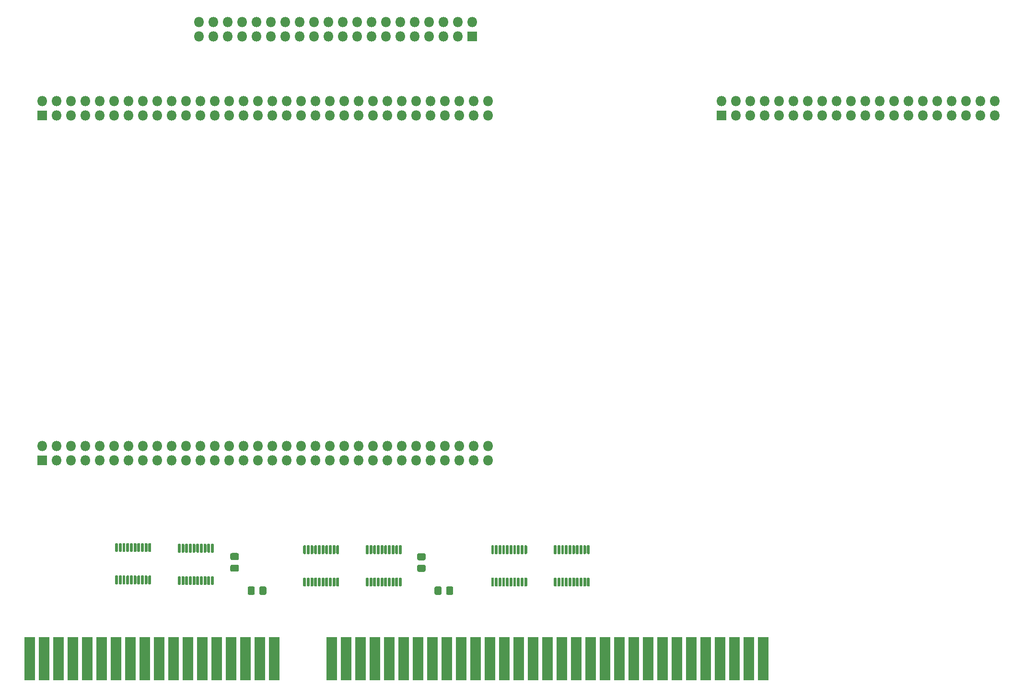
<source format=gbr>
%TF.GenerationSoftware,KiCad,Pcbnew,5.1.6-c6e7f7d~86~ubuntu18.04.1*%
%TF.CreationDate,2021-02-18T21:08:59+08:00*%
%TF.ProjectId,amiga_ocs,616d6967-615f-46f6-9373-2e6b69636164,rev?*%
%TF.SameCoordinates,Original*%
%TF.FileFunction,Soldermask,Bot*%
%TF.FilePolarity,Negative*%
%FSLAX46Y46*%
G04 Gerber Fmt 4.6, Leading zero omitted, Abs format (unit mm)*
G04 Created by KiCad (PCBNEW 5.1.6-c6e7f7d~86~ubuntu18.04.1) date 2021-02-18 21:08:59*
%MOMM*%
%LPD*%
G01*
G04 APERTURE LIST*
%ADD10O,1.800000X1.800000*%
%ADD11R,1.800000X1.800000*%
%ADD12R,1.880000X7.720000*%
G04 APERTURE END LIST*
D10*
%TO.C,J5*%
X210260000Y-45460000D03*
X210260000Y-48000000D03*
X207720000Y-45460000D03*
X207720000Y-48000000D03*
X205180000Y-45460000D03*
X205180000Y-48000000D03*
X202640000Y-45460000D03*
X202640000Y-48000000D03*
X200100000Y-45460000D03*
X200100000Y-48000000D03*
X197560000Y-45460000D03*
X197560000Y-48000000D03*
X195020000Y-45460000D03*
X195020000Y-48000000D03*
X192480000Y-45460000D03*
X192480000Y-48000000D03*
X189940000Y-45460000D03*
X189940000Y-48000000D03*
X187400000Y-45460000D03*
X187400000Y-48000000D03*
X184860000Y-45460000D03*
X184860000Y-48000000D03*
X182320000Y-45460000D03*
X182320000Y-48000000D03*
X179780000Y-45460000D03*
X179780000Y-48000000D03*
X177240000Y-45460000D03*
X177240000Y-48000000D03*
X174700000Y-45460000D03*
X174700000Y-48000000D03*
X172160000Y-45460000D03*
X172160000Y-48000000D03*
X169620000Y-45460000D03*
X169620000Y-48000000D03*
X167080000Y-45460000D03*
X167080000Y-48000000D03*
X164540000Y-45460000D03*
X164540000Y-48000000D03*
X162000000Y-45460000D03*
D11*
X162000000Y-48000000D03*
%TD*%
%TO.C,C14*%
G36*
G01*
X75521738Y-127400000D02*
X76478262Y-127400000D01*
G75*
G02*
X76750000Y-127671738I0J-271738D01*
G01*
X76750000Y-128378262D01*
G75*
G02*
X76478262Y-128650000I-271738J0D01*
G01*
X75521738Y-128650000D01*
G75*
G02*
X75250000Y-128378262I0J271738D01*
G01*
X75250000Y-127671738D01*
G75*
G02*
X75521738Y-127400000I271738J0D01*
G01*
G37*
G36*
G01*
X75521738Y-125350000D02*
X76478262Y-125350000D01*
G75*
G02*
X76750000Y-125621738I0J-271738D01*
G01*
X76750000Y-126328262D01*
G75*
G02*
X76478262Y-126600000I-271738J0D01*
G01*
X75521738Y-126600000D01*
G75*
G02*
X75250000Y-126328262I0J271738D01*
G01*
X75250000Y-125621738D01*
G75*
G02*
X75521738Y-125350000I271738J0D01*
G01*
G37*
%TD*%
%TO.C,C13*%
G36*
G01*
X108521738Y-127425000D02*
X109478262Y-127425000D01*
G75*
G02*
X109750000Y-127696738I0J-271738D01*
G01*
X109750000Y-128403262D01*
G75*
G02*
X109478262Y-128675000I-271738J0D01*
G01*
X108521738Y-128675000D01*
G75*
G02*
X108250000Y-128403262I0J271738D01*
G01*
X108250000Y-127696738D01*
G75*
G02*
X108521738Y-127425000I271738J0D01*
G01*
G37*
G36*
G01*
X108521738Y-125375000D02*
X109478262Y-125375000D01*
G75*
G02*
X109750000Y-125646738I0J-271738D01*
G01*
X109750000Y-126353262D01*
G75*
G02*
X109478262Y-126625000I-271738J0D01*
G01*
X108521738Y-126625000D01*
G75*
G02*
X108250000Y-126353262I0J271738D01*
G01*
X108250000Y-125646738D01*
G75*
G02*
X108521738Y-125375000I271738J0D01*
G01*
G37*
%TD*%
%TO.C,C5*%
G36*
G01*
X112575000Y-131521738D02*
X112575000Y-132478262D01*
G75*
G02*
X112303262Y-132750000I-271738J0D01*
G01*
X111596738Y-132750000D01*
G75*
G02*
X111325000Y-132478262I0J271738D01*
G01*
X111325000Y-131521738D01*
G75*
G02*
X111596738Y-131250000I271738J0D01*
G01*
X112303262Y-131250000D01*
G75*
G02*
X112575000Y-131521738I0J-271738D01*
G01*
G37*
G36*
G01*
X114625000Y-131521738D02*
X114625000Y-132478262D01*
G75*
G02*
X114353262Y-132750000I-271738J0D01*
G01*
X113646738Y-132750000D01*
G75*
G02*
X113375000Y-132478262I0J271738D01*
G01*
X113375000Y-131521738D01*
G75*
G02*
X113646738Y-131250000I271738J0D01*
G01*
X114353262Y-131250000D01*
G75*
G02*
X114625000Y-131521738I0J-271738D01*
G01*
G37*
%TD*%
%TO.C,C4*%
G36*
G01*
X79575000Y-131521738D02*
X79575000Y-132478262D01*
G75*
G02*
X79303262Y-132750000I-271738J0D01*
G01*
X78596738Y-132750000D01*
G75*
G02*
X78325000Y-132478262I0J271738D01*
G01*
X78325000Y-131521738D01*
G75*
G02*
X78596738Y-131250000I271738J0D01*
G01*
X79303262Y-131250000D01*
G75*
G02*
X79575000Y-131521738I0J-271738D01*
G01*
G37*
G36*
G01*
X81625000Y-131521738D02*
X81625000Y-132478262D01*
G75*
G02*
X81353262Y-132750000I-271738J0D01*
G01*
X80646738Y-132750000D01*
G75*
G02*
X80375000Y-132478262I0J271738D01*
G01*
X80375000Y-131521738D01*
G75*
G02*
X80646738Y-131250000I271738J0D01*
G01*
X81353262Y-131250000D01*
G75*
G02*
X81625000Y-131521738I0J-271738D01*
G01*
G37*
%TD*%
D12*
%TO.C,J1*%
X39824000Y-144000000D03*
X42364000Y-144000000D03*
X44904000Y-144000000D03*
X47444000Y-144000000D03*
X49984000Y-144000000D03*
X52524000Y-144000000D03*
X55064000Y-144000000D03*
X57604000Y-144000000D03*
X60144000Y-144000000D03*
X62684000Y-144000000D03*
X65224000Y-144000000D03*
X67764000Y-144000000D03*
X70304000Y-144000000D03*
X72844000Y-144000000D03*
X75384000Y-144000000D03*
X77924000Y-144000000D03*
X80464000Y-144000000D03*
X83004000Y-144000000D03*
X93164000Y-144000000D03*
X95704000Y-144000000D03*
X98244000Y-144000000D03*
X100784000Y-144000000D03*
X103324000Y-144000000D03*
X105864000Y-144000000D03*
X108404000Y-144000000D03*
X110944000Y-144000000D03*
X113484000Y-144000000D03*
X116024000Y-144000000D03*
X118564000Y-144000000D03*
X121104000Y-144000000D03*
X123644000Y-144000000D03*
X126184000Y-144000000D03*
X128724000Y-144000000D03*
X131264000Y-144000000D03*
X133804000Y-144000000D03*
X136344000Y-144000000D03*
X138884000Y-144000000D03*
X141424000Y-144000000D03*
X143964000Y-144000000D03*
X146504000Y-144000000D03*
X149044000Y-144000000D03*
X151584000Y-144000000D03*
X154124000Y-144000000D03*
X156664000Y-144000000D03*
X159204000Y-144000000D03*
X161744000Y-144000000D03*
X164284000Y-144000000D03*
X166824000Y-144000000D03*
X169364000Y-144000000D03*
%TD*%
D10*
%TO.C,J2*%
X120740000Y-106460000D03*
X120740000Y-109000000D03*
X118200000Y-106460000D03*
X118200000Y-109000000D03*
X115660000Y-106460000D03*
X115660000Y-109000000D03*
X113120000Y-106460000D03*
X113120000Y-109000000D03*
X110580000Y-106460000D03*
X110580000Y-109000000D03*
X108040000Y-106460000D03*
X108040000Y-109000000D03*
X105500000Y-106460000D03*
X105500000Y-109000000D03*
X102960000Y-106460000D03*
X102960000Y-109000000D03*
X100420000Y-106460000D03*
X100420000Y-109000000D03*
X97880000Y-106460000D03*
X97880000Y-109000000D03*
X95340000Y-106460000D03*
X95340000Y-109000000D03*
X92800000Y-106460000D03*
X92800000Y-109000000D03*
X90260000Y-106460000D03*
X90260000Y-109000000D03*
X87720000Y-106460000D03*
X87720000Y-109000000D03*
X85180000Y-106460000D03*
X85180000Y-109000000D03*
X82640000Y-106460000D03*
X82640000Y-109000000D03*
X80100000Y-106460000D03*
X80100000Y-109000000D03*
X77560000Y-106460000D03*
X77560000Y-109000000D03*
X75020000Y-106460000D03*
X75020000Y-109000000D03*
X72480000Y-106460000D03*
X72480000Y-109000000D03*
X69940000Y-106460000D03*
X69940000Y-109000000D03*
X67400000Y-106460000D03*
X67400000Y-109000000D03*
X64860000Y-106460000D03*
X64860000Y-109000000D03*
X62320000Y-106460000D03*
X62320000Y-109000000D03*
X59780000Y-106460000D03*
X59780000Y-109000000D03*
X57240000Y-106460000D03*
X57240000Y-109000000D03*
X54700000Y-106460000D03*
X54700000Y-109000000D03*
X52160000Y-106460000D03*
X52160000Y-109000000D03*
X49620000Y-106460000D03*
X49620000Y-109000000D03*
X47080000Y-106460000D03*
X47080000Y-109000000D03*
X44540000Y-106460000D03*
X44540000Y-109000000D03*
X42000000Y-106460000D03*
D11*
X42000000Y-109000000D03*
%TD*%
D10*
%TO.C,J3*%
X120740000Y-45460000D03*
X120740000Y-48000000D03*
X118200000Y-45460000D03*
X118200000Y-48000000D03*
X115660000Y-45460000D03*
X115660000Y-48000000D03*
X113120000Y-45460000D03*
X113120000Y-48000000D03*
X110580000Y-45460000D03*
X110580000Y-48000000D03*
X108040000Y-45460000D03*
X108040000Y-48000000D03*
X105500000Y-45460000D03*
X105500000Y-48000000D03*
X102960000Y-45460000D03*
X102960000Y-48000000D03*
X100420000Y-45460000D03*
X100420000Y-48000000D03*
X97880000Y-45460000D03*
X97880000Y-48000000D03*
X95340000Y-45460000D03*
X95340000Y-48000000D03*
X92800000Y-45460000D03*
X92800000Y-48000000D03*
X90260000Y-45460000D03*
X90260000Y-48000000D03*
X87720000Y-45460000D03*
X87720000Y-48000000D03*
X85180000Y-45460000D03*
X85180000Y-48000000D03*
X82640000Y-45460000D03*
X82640000Y-48000000D03*
X80100000Y-45460000D03*
X80100000Y-48000000D03*
X77560000Y-45460000D03*
X77560000Y-48000000D03*
X75020000Y-45460000D03*
X75020000Y-48000000D03*
X72480000Y-45460000D03*
X72480000Y-48000000D03*
X69940000Y-45460000D03*
X69940000Y-48000000D03*
X67400000Y-45460000D03*
X67400000Y-48000000D03*
X64860000Y-45460000D03*
X64860000Y-48000000D03*
X62320000Y-45460000D03*
X62320000Y-48000000D03*
X59780000Y-45460000D03*
X59780000Y-48000000D03*
X57240000Y-45460000D03*
X57240000Y-48000000D03*
X54700000Y-45460000D03*
X54700000Y-48000000D03*
X52160000Y-45460000D03*
X52160000Y-48000000D03*
X49620000Y-45460000D03*
X49620000Y-48000000D03*
X47080000Y-45460000D03*
X47080000Y-48000000D03*
X44540000Y-45460000D03*
X44540000Y-48000000D03*
X42000000Y-45460000D03*
D11*
X42000000Y-48000000D03*
%TD*%
D10*
%TO.C,J4*%
X69740000Y-31460000D03*
X69740000Y-34000000D03*
X72280000Y-31460000D03*
X72280000Y-34000000D03*
X74820000Y-31460000D03*
X74820000Y-34000000D03*
X77360000Y-31460000D03*
X77360000Y-34000000D03*
X79900000Y-31460000D03*
X79900000Y-34000000D03*
X82440000Y-31460000D03*
X82440000Y-34000000D03*
X84980000Y-31460000D03*
X84980000Y-34000000D03*
X87520000Y-31460000D03*
X87520000Y-34000000D03*
X90060000Y-31460000D03*
X90060000Y-34000000D03*
X92600000Y-31460000D03*
X92600000Y-34000000D03*
X95140000Y-31460000D03*
X95140000Y-34000000D03*
X97680000Y-31460000D03*
X97680000Y-34000000D03*
X100220000Y-31460000D03*
X100220000Y-34000000D03*
X102760000Y-31460000D03*
X102760000Y-34000000D03*
X105300000Y-31460000D03*
X105300000Y-34000000D03*
X107840000Y-31460000D03*
X107840000Y-34000000D03*
X110380000Y-31460000D03*
X110380000Y-34000000D03*
X112920000Y-31460000D03*
X112920000Y-34000000D03*
X115460000Y-31460000D03*
X115460000Y-34000000D03*
X118000000Y-31460000D03*
D11*
X118000000Y-34000000D03*
%TD*%
%TO.C,U3*%
G36*
G01*
X121443000Y-129693000D02*
X121693000Y-129693000D01*
G75*
G02*
X121818000Y-129818000I0J-125000D01*
G01*
X121818000Y-131143000D01*
G75*
G02*
X121693000Y-131268000I-125000J0D01*
G01*
X121443000Y-131268000D01*
G75*
G02*
X121318000Y-131143000I0J125000D01*
G01*
X121318000Y-129818000D01*
G75*
G02*
X121443000Y-129693000I125000J0D01*
G01*
G37*
G36*
G01*
X122093000Y-129693000D02*
X122343000Y-129693000D01*
G75*
G02*
X122468000Y-129818000I0J-125000D01*
G01*
X122468000Y-131143000D01*
G75*
G02*
X122343000Y-131268000I-125000J0D01*
G01*
X122093000Y-131268000D01*
G75*
G02*
X121968000Y-131143000I0J125000D01*
G01*
X121968000Y-129818000D01*
G75*
G02*
X122093000Y-129693000I125000J0D01*
G01*
G37*
G36*
G01*
X122743000Y-129693000D02*
X122993000Y-129693000D01*
G75*
G02*
X123118000Y-129818000I0J-125000D01*
G01*
X123118000Y-131143000D01*
G75*
G02*
X122993000Y-131268000I-125000J0D01*
G01*
X122743000Y-131268000D01*
G75*
G02*
X122618000Y-131143000I0J125000D01*
G01*
X122618000Y-129818000D01*
G75*
G02*
X122743000Y-129693000I125000J0D01*
G01*
G37*
G36*
G01*
X123393000Y-129693000D02*
X123643000Y-129693000D01*
G75*
G02*
X123768000Y-129818000I0J-125000D01*
G01*
X123768000Y-131143000D01*
G75*
G02*
X123643000Y-131268000I-125000J0D01*
G01*
X123393000Y-131268000D01*
G75*
G02*
X123268000Y-131143000I0J125000D01*
G01*
X123268000Y-129818000D01*
G75*
G02*
X123393000Y-129693000I125000J0D01*
G01*
G37*
G36*
G01*
X124043000Y-129693000D02*
X124293000Y-129693000D01*
G75*
G02*
X124418000Y-129818000I0J-125000D01*
G01*
X124418000Y-131143000D01*
G75*
G02*
X124293000Y-131268000I-125000J0D01*
G01*
X124043000Y-131268000D01*
G75*
G02*
X123918000Y-131143000I0J125000D01*
G01*
X123918000Y-129818000D01*
G75*
G02*
X124043000Y-129693000I125000J0D01*
G01*
G37*
G36*
G01*
X124693000Y-129693000D02*
X124943000Y-129693000D01*
G75*
G02*
X125068000Y-129818000I0J-125000D01*
G01*
X125068000Y-131143000D01*
G75*
G02*
X124943000Y-131268000I-125000J0D01*
G01*
X124693000Y-131268000D01*
G75*
G02*
X124568000Y-131143000I0J125000D01*
G01*
X124568000Y-129818000D01*
G75*
G02*
X124693000Y-129693000I125000J0D01*
G01*
G37*
G36*
G01*
X125343000Y-129693000D02*
X125593000Y-129693000D01*
G75*
G02*
X125718000Y-129818000I0J-125000D01*
G01*
X125718000Y-131143000D01*
G75*
G02*
X125593000Y-131268000I-125000J0D01*
G01*
X125343000Y-131268000D01*
G75*
G02*
X125218000Y-131143000I0J125000D01*
G01*
X125218000Y-129818000D01*
G75*
G02*
X125343000Y-129693000I125000J0D01*
G01*
G37*
G36*
G01*
X125993000Y-129693000D02*
X126243000Y-129693000D01*
G75*
G02*
X126368000Y-129818000I0J-125000D01*
G01*
X126368000Y-131143000D01*
G75*
G02*
X126243000Y-131268000I-125000J0D01*
G01*
X125993000Y-131268000D01*
G75*
G02*
X125868000Y-131143000I0J125000D01*
G01*
X125868000Y-129818000D01*
G75*
G02*
X125993000Y-129693000I125000J0D01*
G01*
G37*
G36*
G01*
X126643000Y-129693000D02*
X126893000Y-129693000D01*
G75*
G02*
X127018000Y-129818000I0J-125000D01*
G01*
X127018000Y-131143000D01*
G75*
G02*
X126893000Y-131268000I-125000J0D01*
G01*
X126643000Y-131268000D01*
G75*
G02*
X126518000Y-131143000I0J125000D01*
G01*
X126518000Y-129818000D01*
G75*
G02*
X126643000Y-129693000I125000J0D01*
G01*
G37*
G36*
G01*
X127293000Y-129693000D02*
X127543000Y-129693000D01*
G75*
G02*
X127668000Y-129818000I0J-125000D01*
G01*
X127668000Y-131143000D01*
G75*
G02*
X127543000Y-131268000I-125000J0D01*
G01*
X127293000Y-131268000D01*
G75*
G02*
X127168000Y-131143000I0J125000D01*
G01*
X127168000Y-129818000D01*
G75*
G02*
X127293000Y-129693000I125000J0D01*
G01*
G37*
G36*
G01*
X127293000Y-123968000D02*
X127543000Y-123968000D01*
G75*
G02*
X127668000Y-124093000I0J-125000D01*
G01*
X127668000Y-125418000D01*
G75*
G02*
X127543000Y-125543000I-125000J0D01*
G01*
X127293000Y-125543000D01*
G75*
G02*
X127168000Y-125418000I0J125000D01*
G01*
X127168000Y-124093000D01*
G75*
G02*
X127293000Y-123968000I125000J0D01*
G01*
G37*
G36*
G01*
X126643000Y-123968000D02*
X126893000Y-123968000D01*
G75*
G02*
X127018000Y-124093000I0J-125000D01*
G01*
X127018000Y-125418000D01*
G75*
G02*
X126893000Y-125543000I-125000J0D01*
G01*
X126643000Y-125543000D01*
G75*
G02*
X126518000Y-125418000I0J125000D01*
G01*
X126518000Y-124093000D01*
G75*
G02*
X126643000Y-123968000I125000J0D01*
G01*
G37*
G36*
G01*
X125993000Y-123968000D02*
X126243000Y-123968000D01*
G75*
G02*
X126368000Y-124093000I0J-125000D01*
G01*
X126368000Y-125418000D01*
G75*
G02*
X126243000Y-125543000I-125000J0D01*
G01*
X125993000Y-125543000D01*
G75*
G02*
X125868000Y-125418000I0J125000D01*
G01*
X125868000Y-124093000D01*
G75*
G02*
X125993000Y-123968000I125000J0D01*
G01*
G37*
G36*
G01*
X125343000Y-123968000D02*
X125593000Y-123968000D01*
G75*
G02*
X125718000Y-124093000I0J-125000D01*
G01*
X125718000Y-125418000D01*
G75*
G02*
X125593000Y-125543000I-125000J0D01*
G01*
X125343000Y-125543000D01*
G75*
G02*
X125218000Y-125418000I0J125000D01*
G01*
X125218000Y-124093000D01*
G75*
G02*
X125343000Y-123968000I125000J0D01*
G01*
G37*
G36*
G01*
X124693000Y-123968000D02*
X124943000Y-123968000D01*
G75*
G02*
X125068000Y-124093000I0J-125000D01*
G01*
X125068000Y-125418000D01*
G75*
G02*
X124943000Y-125543000I-125000J0D01*
G01*
X124693000Y-125543000D01*
G75*
G02*
X124568000Y-125418000I0J125000D01*
G01*
X124568000Y-124093000D01*
G75*
G02*
X124693000Y-123968000I125000J0D01*
G01*
G37*
G36*
G01*
X124043000Y-123968000D02*
X124293000Y-123968000D01*
G75*
G02*
X124418000Y-124093000I0J-125000D01*
G01*
X124418000Y-125418000D01*
G75*
G02*
X124293000Y-125543000I-125000J0D01*
G01*
X124043000Y-125543000D01*
G75*
G02*
X123918000Y-125418000I0J125000D01*
G01*
X123918000Y-124093000D01*
G75*
G02*
X124043000Y-123968000I125000J0D01*
G01*
G37*
G36*
G01*
X123393000Y-123968000D02*
X123643000Y-123968000D01*
G75*
G02*
X123768000Y-124093000I0J-125000D01*
G01*
X123768000Y-125418000D01*
G75*
G02*
X123643000Y-125543000I-125000J0D01*
G01*
X123393000Y-125543000D01*
G75*
G02*
X123268000Y-125418000I0J125000D01*
G01*
X123268000Y-124093000D01*
G75*
G02*
X123393000Y-123968000I125000J0D01*
G01*
G37*
G36*
G01*
X122743000Y-123968000D02*
X122993000Y-123968000D01*
G75*
G02*
X123118000Y-124093000I0J-125000D01*
G01*
X123118000Y-125418000D01*
G75*
G02*
X122993000Y-125543000I-125000J0D01*
G01*
X122743000Y-125543000D01*
G75*
G02*
X122618000Y-125418000I0J125000D01*
G01*
X122618000Y-124093000D01*
G75*
G02*
X122743000Y-123968000I125000J0D01*
G01*
G37*
G36*
G01*
X122093000Y-123968000D02*
X122343000Y-123968000D01*
G75*
G02*
X122468000Y-124093000I0J-125000D01*
G01*
X122468000Y-125418000D01*
G75*
G02*
X122343000Y-125543000I-125000J0D01*
G01*
X122093000Y-125543000D01*
G75*
G02*
X121968000Y-125418000I0J125000D01*
G01*
X121968000Y-124093000D01*
G75*
G02*
X122093000Y-123968000I125000J0D01*
G01*
G37*
G36*
G01*
X121443000Y-123968000D02*
X121693000Y-123968000D01*
G75*
G02*
X121818000Y-124093000I0J-125000D01*
G01*
X121818000Y-125418000D01*
G75*
G02*
X121693000Y-125543000I-125000J0D01*
G01*
X121443000Y-125543000D01*
G75*
G02*
X121318000Y-125418000I0J125000D01*
G01*
X121318000Y-124093000D01*
G75*
G02*
X121443000Y-123968000I125000J0D01*
G01*
G37*
%TD*%
%TO.C,U4*%
G36*
G01*
X55040000Y-129312000D02*
X55290000Y-129312000D01*
G75*
G02*
X55415000Y-129437000I0J-125000D01*
G01*
X55415000Y-130762000D01*
G75*
G02*
X55290000Y-130887000I-125000J0D01*
G01*
X55040000Y-130887000D01*
G75*
G02*
X54915000Y-130762000I0J125000D01*
G01*
X54915000Y-129437000D01*
G75*
G02*
X55040000Y-129312000I125000J0D01*
G01*
G37*
G36*
G01*
X55690000Y-129312000D02*
X55940000Y-129312000D01*
G75*
G02*
X56065000Y-129437000I0J-125000D01*
G01*
X56065000Y-130762000D01*
G75*
G02*
X55940000Y-130887000I-125000J0D01*
G01*
X55690000Y-130887000D01*
G75*
G02*
X55565000Y-130762000I0J125000D01*
G01*
X55565000Y-129437000D01*
G75*
G02*
X55690000Y-129312000I125000J0D01*
G01*
G37*
G36*
G01*
X56340000Y-129312000D02*
X56590000Y-129312000D01*
G75*
G02*
X56715000Y-129437000I0J-125000D01*
G01*
X56715000Y-130762000D01*
G75*
G02*
X56590000Y-130887000I-125000J0D01*
G01*
X56340000Y-130887000D01*
G75*
G02*
X56215000Y-130762000I0J125000D01*
G01*
X56215000Y-129437000D01*
G75*
G02*
X56340000Y-129312000I125000J0D01*
G01*
G37*
G36*
G01*
X56990000Y-129312000D02*
X57240000Y-129312000D01*
G75*
G02*
X57365000Y-129437000I0J-125000D01*
G01*
X57365000Y-130762000D01*
G75*
G02*
X57240000Y-130887000I-125000J0D01*
G01*
X56990000Y-130887000D01*
G75*
G02*
X56865000Y-130762000I0J125000D01*
G01*
X56865000Y-129437000D01*
G75*
G02*
X56990000Y-129312000I125000J0D01*
G01*
G37*
G36*
G01*
X57640000Y-129312000D02*
X57890000Y-129312000D01*
G75*
G02*
X58015000Y-129437000I0J-125000D01*
G01*
X58015000Y-130762000D01*
G75*
G02*
X57890000Y-130887000I-125000J0D01*
G01*
X57640000Y-130887000D01*
G75*
G02*
X57515000Y-130762000I0J125000D01*
G01*
X57515000Y-129437000D01*
G75*
G02*
X57640000Y-129312000I125000J0D01*
G01*
G37*
G36*
G01*
X58290000Y-129312000D02*
X58540000Y-129312000D01*
G75*
G02*
X58665000Y-129437000I0J-125000D01*
G01*
X58665000Y-130762000D01*
G75*
G02*
X58540000Y-130887000I-125000J0D01*
G01*
X58290000Y-130887000D01*
G75*
G02*
X58165000Y-130762000I0J125000D01*
G01*
X58165000Y-129437000D01*
G75*
G02*
X58290000Y-129312000I125000J0D01*
G01*
G37*
G36*
G01*
X58940000Y-129312000D02*
X59190000Y-129312000D01*
G75*
G02*
X59315000Y-129437000I0J-125000D01*
G01*
X59315000Y-130762000D01*
G75*
G02*
X59190000Y-130887000I-125000J0D01*
G01*
X58940000Y-130887000D01*
G75*
G02*
X58815000Y-130762000I0J125000D01*
G01*
X58815000Y-129437000D01*
G75*
G02*
X58940000Y-129312000I125000J0D01*
G01*
G37*
G36*
G01*
X59590000Y-129312000D02*
X59840000Y-129312000D01*
G75*
G02*
X59965000Y-129437000I0J-125000D01*
G01*
X59965000Y-130762000D01*
G75*
G02*
X59840000Y-130887000I-125000J0D01*
G01*
X59590000Y-130887000D01*
G75*
G02*
X59465000Y-130762000I0J125000D01*
G01*
X59465000Y-129437000D01*
G75*
G02*
X59590000Y-129312000I125000J0D01*
G01*
G37*
G36*
G01*
X60240000Y-129312000D02*
X60490000Y-129312000D01*
G75*
G02*
X60615000Y-129437000I0J-125000D01*
G01*
X60615000Y-130762000D01*
G75*
G02*
X60490000Y-130887000I-125000J0D01*
G01*
X60240000Y-130887000D01*
G75*
G02*
X60115000Y-130762000I0J125000D01*
G01*
X60115000Y-129437000D01*
G75*
G02*
X60240000Y-129312000I125000J0D01*
G01*
G37*
G36*
G01*
X60890000Y-129312000D02*
X61140000Y-129312000D01*
G75*
G02*
X61265000Y-129437000I0J-125000D01*
G01*
X61265000Y-130762000D01*
G75*
G02*
X61140000Y-130887000I-125000J0D01*
G01*
X60890000Y-130887000D01*
G75*
G02*
X60765000Y-130762000I0J125000D01*
G01*
X60765000Y-129437000D01*
G75*
G02*
X60890000Y-129312000I125000J0D01*
G01*
G37*
G36*
G01*
X60890000Y-123587000D02*
X61140000Y-123587000D01*
G75*
G02*
X61265000Y-123712000I0J-125000D01*
G01*
X61265000Y-125037000D01*
G75*
G02*
X61140000Y-125162000I-125000J0D01*
G01*
X60890000Y-125162000D01*
G75*
G02*
X60765000Y-125037000I0J125000D01*
G01*
X60765000Y-123712000D01*
G75*
G02*
X60890000Y-123587000I125000J0D01*
G01*
G37*
G36*
G01*
X60240000Y-123587000D02*
X60490000Y-123587000D01*
G75*
G02*
X60615000Y-123712000I0J-125000D01*
G01*
X60615000Y-125037000D01*
G75*
G02*
X60490000Y-125162000I-125000J0D01*
G01*
X60240000Y-125162000D01*
G75*
G02*
X60115000Y-125037000I0J125000D01*
G01*
X60115000Y-123712000D01*
G75*
G02*
X60240000Y-123587000I125000J0D01*
G01*
G37*
G36*
G01*
X59590000Y-123587000D02*
X59840000Y-123587000D01*
G75*
G02*
X59965000Y-123712000I0J-125000D01*
G01*
X59965000Y-125037000D01*
G75*
G02*
X59840000Y-125162000I-125000J0D01*
G01*
X59590000Y-125162000D01*
G75*
G02*
X59465000Y-125037000I0J125000D01*
G01*
X59465000Y-123712000D01*
G75*
G02*
X59590000Y-123587000I125000J0D01*
G01*
G37*
G36*
G01*
X58940000Y-123587000D02*
X59190000Y-123587000D01*
G75*
G02*
X59315000Y-123712000I0J-125000D01*
G01*
X59315000Y-125037000D01*
G75*
G02*
X59190000Y-125162000I-125000J0D01*
G01*
X58940000Y-125162000D01*
G75*
G02*
X58815000Y-125037000I0J125000D01*
G01*
X58815000Y-123712000D01*
G75*
G02*
X58940000Y-123587000I125000J0D01*
G01*
G37*
G36*
G01*
X58290000Y-123587000D02*
X58540000Y-123587000D01*
G75*
G02*
X58665000Y-123712000I0J-125000D01*
G01*
X58665000Y-125037000D01*
G75*
G02*
X58540000Y-125162000I-125000J0D01*
G01*
X58290000Y-125162000D01*
G75*
G02*
X58165000Y-125037000I0J125000D01*
G01*
X58165000Y-123712000D01*
G75*
G02*
X58290000Y-123587000I125000J0D01*
G01*
G37*
G36*
G01*
X57640000Y-123587000D02*
X57890000Y-123587000D01*
G75*
G02*
X58015000Y-123712000I0J-125000D01*
G01*
X58015000Y-125037000D01*
G75*
G02*
X57890000Y-125162000I-125000J0D01*
G01*
X57640000Y-125162000D01*
G75*
G02*
X57515000Y-125037000I0J125000D01*
G01*
X57515000Y-123712000D01*
G75*
G02*
X57640000Y-123587000I125000J0D01*
G01*
G37*
G36*
G01*
X56990000Y-123587000D02*
X57240000Y-123587000D01*
G75*
G02*
X57365000Y-123712000I0J-125000D01*
G01*
X57365000Y-125037000D01*
G75*
G02*
X57240000Y-125162000I-125000J0D01*
G01*
X56990000Y-125162000D01*
G75*
G02*
X56865000Y-125037000I0J125000D01*
G01*
X56865000Y-123712000D01*
G75*
G02*
X56990000Y-123587000I125000J0D01*
G01*
G37*
G36*
G01*
X56340000Y-123587000D02*
X56590000Y-123587000D01*
G75*
G02*
X56715000Y-123712000I0J-125000D01*
G01*
X56715000Y-125037000D01*
G75*
G02*
X56590000Y-125162000I-125000J0D01*
G01*
X56340000Y-125162000D01*
G75*
G02*
X56215000Y-125037000I0J125000D01*
G01*
X56215000Y-123712000D01*
G75*
G02*
X56340000Y-123587000I125000J0D01*
G01*
G37*
G36*
G01*
X55690000Y-123587000D02*
X55940000Y-123587000D01*
G75*
G02*
X56065000Y-123712000I0J-125000D01*
G01*
X56065000Y-125037000D01*
G75*
G02*
X55940000Y-125162000I-125000J0D01*
G01*
X55690000Y-125162000D01*
G75*
G02*
X55565000Y-125037000I0J125000D01*
G01*
X55565000Y-123712000D01*
G75*
G02*
X55690000Y-123587000I125000J0D01*
G01*
G37*
G36*
G01*
X55040000Y-123587000D02*
X55290000Y-123587000D01*
G75*
G02*
X55415000Y-123712000I0J-125000D01*
G01*
X55415000Y-125037000D01*
G75*
G02*
X55290000Y-125162000I-125000J0D01*
G01*
X55040000Y-125162000D01*
G75*
G02*
X54915000Y-125037000I0J125000D01*
G01*
X54915000Y-123712000D01*
G75*
G02*
X55040000Y-123587000I125000J0D01*
G01*
G37*
%TD*%
%TO.C,U5*%
G36*
G01*
X88241400Y-129693000D02*
X88491400Y-129693000D01*
G75*
G02*
X88616400Y-129818000I0J-125000D01*
G01*
X88616400Y-131143000D01*
G75*
G02*
X88491400Y-131268000I-125000J0D01*
G01*
X88241400Y-131268000D01*
G75*
G02*
X88116400Y-131143000I0J125000D01*
G01*
X88116400Y-129818000D01*
G75*
G02*
X88241400Y-129693000I125000J0D01*
G01*
G37*
G36*
G01*
X88891400Y-129693000D02*
X89141400Y-129693000D01*
G75*
G02*
X89266400Y-129818000I0J-125000D01*
G01*
X89266400Y-131143000D01*
G75*
G02*
X89141400Y-131268000I-125000J0D01*
G01*
X88891400Y-131268000D01*
G75*
G02*
X88766400Y-131143000I0J125000D01*
G01*
X88766400Y-129818000D01*
G75*
G02*
X88891400Y-129693000I125000J0D01*
G01*
G37*
G36*
G01*
X89541400Y-129693000D02*
X89791400Y-129693000D01*
G75*
G02*
X89916400Y-129818000I0J-125000D01*
G01*
X89916400Y-131143000D01*
G75*
G02*
X89791400Y-131268000I-125000J0D01*
G01*
X89541400Y-131268000D01*
G75*
G02*
X89416400Y-131143000I0J125000D01*
G01*
X89416400Y-129818000D01*
G75*
G02*
X89541400Y-129693000I125000J0D01*
G01*
G37*
G36*
G01*
X90191400Y-129693000D02*
X90441400Y-129693000D01*
G75*
G02*
X90566400Y-129818000I0J-125000D01*
G01*
X90566400Y-131143000D01*
G75*
G02*
X90441400Y-131268000I-125000J0D01*
G01*
X90191400Y-131268000D01*
G75*
G02*
X90066400Y-131143000I0J125000D01*
G01*
X90066400Y-129818000D01*
G75*
G02*
X90191400Y-129693000I125000J0D01*
G01*
G37*
G36*
G01*
X90841400Y-129693000D02*
X91091400Y-129693000D01*
G75*
G02*
X91216400Y-129818000I0J-125000D01*
G01*
X91216400Y-131143000D01*
G75*
G02*
X91091400Y-131268000I-125000J0D01*
G01*
X90841400Y-131268000D01*
G75*
G02*
X90716400Y-131143000I0J125000D01*
G01*
X90716400Y-129818000D01*
G75*
G02*
X90841400Y-129693000I125000J0D01*
G01*
G37*
G36*
G01*
X91491400Y-129693000D02*
X91741400Y-129693000D01*
G75*
G02*
X91866400Y-129818000I0J-125000D01*
G01*
X91866400Y-131143000D01*
G75*
G02*
X91741400Y-131268000I-125000J0D01*
G01*
X91491400Y-131268000D01*
G75*
G02*
X91366400Y-131143000I0J125000D01*
G01*
X91366400Y-129818000D01*
G75*
G02*
X91491400Y-129693000I125000J0D01*
G01*
G37*
G36*
G01*
X92141400Y-129693000D02*
X92391400Y-129693000D01*
G75*
G02*
X92516400Y-129818000I0J-125000D01*
G01*
X92516400Y-131143000D01*
G75*
G02*
X92391400Y-131268000I-125000J0D01*
G01*
X92141400Y-131268000D01*
G75*
G02*
X92016400Y-131143000I0J125000D01*
G01*
X92016400Y-129818000D01*
G75*
G02*
X92141400Y-129693000I125000J0D01*
G01*
G37*
G36*
G01*
X92791400Y-129693000D02*
X93041400Y-129693000D01*
G75*
G02*
X93166400Y-129818000I0J-125000D01*
G01*
X93166400Y-131143000D01*
G75*
G02*
X93041400Y-131268000I-125000J0D01*
G01*
X92791400Y-131268000D01*
G75*
G02*
X92666400Y-131143000I0J125000D01*
G01*
X92666400Y-129818000D01*
G75*
G02*
X92791400Y-129693000I125000J0D01*
G01*
G37*
G36*
G01*
X93441400Y-129693000D02*
X93691400Y-129693000D01*
G75*
G02*
X93816400Y-129818000I0J-125000D01*
G01*
X93816400Y-131143000D01*
G75*
G02*
X93691400Y-131268000I-125000J0D01*
G01*
X93441400Y-131268000D01*
G75*
G02*
X93316400Y-131143000I0J125000D01*
G01*
X93316400Y-129818000D01*
G75*
G02*
X93441400Y-129693000I125000J0D01*
G01*
G37*
G36*
G01*
X94091400Y-129693000D02*
X94341400Y-129693000D01*
G75*
G02*
X94466400Y-129818000I0J-125000D01*
G01*
X94466400Y-131143000D01*
G75*
G02*
X94341400Y-131268000I-125000J0D01*
G01*
X94091400Y-131268000D01*
G75*
G02*
X93966400Y-131143000I0J125000D01*
G01*
X93966400Y-129818000D01*
G75*
G02*
X94091400Y-129693000I125000J0D01*
G01*
G37*
G36*
G01*
X94091400Y-123968000D02*
X94341400Y-123968000D01*
G75*
G02*
X94466400Y-124093000I0J-125000D01*
G01*
X94466400Y-125418000D01*
G75*
G02*
X94341400Y-125543000I-125000J0D01*
G01*
X94091400Y-125543000D01*
G75*
G02*
X93966400Y-125418000I0J125000D01*
G01*
X93966400Y-124093000D01*
G75*
G02*
X94091400Y-123968000I125000J0D01*
G01*
G37*
G36*
G01*
X93441400Y-123968000D02*
X93691400Y-123968000D01*
G75*
G02*
X93816400Y-124093000I0J-125000D01*
G01*
X93816400Y-125418000D01*
G75*
G02*
X93691400Y-125543000I-125000J0D01*
G01*
X93441400Y-125543000D01*
G75*
G02*
X93316400Y-125418000I0J125000D01*
G01*
X93316400Y-124093000D01*
G75*
G02*
X93441400Y-123968000I125000J0D01*
G01*
G37*
G36*
G01*
X92791400Y-123968000D02*
X93041400Y-123968000D01*
G75*
G02*
X93166400Y-124093000I0J-125000D01*
G01*
X93166400Y-125418000D01*
G75*
G02*
X93041400Y-125543000I-125000J0D01*
G01*
X92791400Y-125543000D01*
G75*
G02*
X92666400Y-125418000I0J125000D01*
G01*
X92666400Y-124093000D01*
G75*
G02*
X92791400Y-123968000I125000J0D01*
G01*
G37*
G36*
G01*
X92141400Y-123968000D02*
X92391400Y-123968000D01*
G75*
G02*
X92516400Y-124093000I0J-125000D01*
G01*
X92516400Y-125418000D01*
G75*
G02*
X92391400Y-125543000I-125000J0D01*
G01*
X92141400Y-125543000D01*
G75*
G02*
X92016400Y-125418000I0J125000D01*
G01*
X92016400Y-124093000D01*
G75*
G02*
X92141400Y-123968000I125000J0D01*
G01*
G37*
G36*
G01*
X91491400Y-123968000D02*
X91741400Y-123968000D01*
G75*
G02*
X91866400Y-124093000I0J-125000D01*
G01*
X91866400Y-125418000D01*
G75*
G02*
X91741400Y-125543000I-125000J0D01*
G01*
X91491400Y-125543000D01*
G75*
G02*
X91366400Y-125418000I0J125000D01*
G01*
X91366400Y-124093000D01*
G75*
G02*
X91491400Y-123968000I125000J0D01*
G01*
G37*
G36*
G01*
X90841400Y-123968000D02*
X91091400Y-123968000D01*
G75*
G02*
X91216400Y-124093000I0J-125000D01*
G01*
X91216400Y-125418000D01*
G75*
G02*
X91091400Y-125543000I-125000J0D01*
G01*
X90841400Y-125543000D01*
G75*
G02*
X90716400Y-125418000I0J125000D01*
G01*
X90716400Y-124093000D01*
G75*
G02*
X90841400Y-123968000I125000J0D01*
G01*
G37*
G36*
G01*
X90191400Y-123968000D02*
X90441400Y-123968000D01*
G75*
G02*
X90566400Y-124093000I0J-125000D01*
G01*
X90566400Y-125418000D01*
G75*
G02*
X90441400Y-125543000I-125000J0D01*
G01*
X90191400Y-125543000D01*
G75*
G02*
X90066400Y-125418000I0J125000D01*
G01*
X90066400Y-124093000D01*
G75*
G02*
X90191400Y-123968000I125000J0D01*
G01*
G37*
G36*
G01*
X89541400Y-123968000D02*
X89791400Y-123968000D01*
G75*
G02*
X89916400Y-124093000I0J-125000D01*
G01*
X89916400Y-125418000D01*
G75*
G02*
X89791400Y-125543000I-125000J0D01*
G01*
X89541400Y-125543000D01*
G75*
G02*
X89416400Y-125418000I0J125000D01*
G01*
X89416400Y-124093000D01*
G75*
G02*
X89541400Y-123968000I125000J0D01*
G01*
G37*
G36*
G01*
X88891400Y-123968000D02*
X89141400Y-123968000D01*
G75*
G02*
X89266400Y-124093000I0J-125000D01*
G01*
X89266400Y-125418000D01*
G75*
G02*
X89141400Y-125543000I-125000J0D01*
G01*
X88891400Y-125543000D01*
G75*
G02*
X88766400Y-125418000I0J125000D01*
G01*
X88766400Y-124093000D01*
G75*
G02*
X88891400Y-123968000I125000J0D01*
G01*
G37*
G36*
G01*
X88241400Y-123968000D02*
X88491400Y-123968000D01*
G75*
G02*
X88616400Y-124093000I0J-125000D01*
G01*
X88616400Y-125418000D01*
G75*
G02*
X88491400Y-125543000I-125000J0D01*
G01*
X88241400Y-125543000D01*
G75*
G02*
X88116400Y-125418000I0J125000D01*
G01*
X88116400Y-124093000D01*
G75*
G02*
X88241400Y-123968000I125000J0D01*
G01*
G37*
%TD*%
%TO.C,U6*%
G36*
G01*
X99309000Y-129693000D02*
X99559000Y-129693000D01*
G75*
G02*
X99684000Y-129818000I0J-125000D01*
G01*
X99684000Y-131143000D01*
G75*
G02*
X99559000Y-131268000I-125000J0D01*
G01*
X99309000Y-131268000D01*
G75*
G02*
X99184000Y-131143000I0J125000D01*
G01*
X99184000Y-129818000D01*
G75*
G02*
X99309000Y-129693000I125000J0D01*
G01*
G37*
G36*
G01*
X99959000Y-129693000D02*
X100209000Y-129693000D01*
G75*
G02*
X100334000Y-129818000I0J-125000D01*
G01*
X100334000Y-131143000D01*
G75*
G02*
X100209000Y-131268000I-125000J0D01*
G01*
X99959000Y-131268000D01*
G75*
G02*
X99834000Y-131143000I0J125000D01*
G01*
X99834000Y-129818000D01*
G75*
G02*
X99959000Y-129693000I125000J0D01*
G01*
G37*
G36*
G01*
X100609000Y-129693000D02*
X100859000Y-129693000D01*
G75*
G02*
X100984000Y-129818000I0J-125000D01*
G01*
X100984000Y-131143000D01*
G75*
G02*
X100859000Y-131268000I-125000J0D01*
G01*
X100609000Y-131268000D01*
G75*
G02*
X100484000Y-131143000I0J125000D01*
G01*
X100484000Y-129818000D01*
G75*
G02*
X100609000Y-129693000I125000J0D01*
G01*
G37*
G36*
G01*
X101259000Y-129693000D02*
X101509000Y-129693000D01*
G75*
G02*
X101634000Y-129818000I0J-125000D01*
G01*
X101634000Y-131143000D01*
G75*
G02*
X101509000Y-131268000I-125000J0D01*
G01*
X101259000Y-131268000D01*
G75*
G02*
X101134000Y-131143000I0J125000D01*
G01*
X101134000Y-129818000D01*
G75*
G02*
X101259000Y-129693000I125000J0D01*
G01*
G37*
G36*
G01*
X101909000Y-129693000D02*
X102159000Y-129693000D01*
G75*
G02*
X102284000Y-129818000I0J-125000D01*
G01*
X102284000Y-131143000D01*
G75*
G02*
X102159000Y-131268000I-125000J0D01*
G01*
X101909000Y-131268000D01*
G75*
G02*
X101784000Y-131143000I0J125000D01*
G01*
X101784000Y-129818000D01*
G75*
G02*
X101909000Y-129693000I125000J0D01*
G01*
G37*
G36*
G01*
X102559000Y-129693000D02*
X102809000Y-129693000D01*
G75*
G02*
X102934000Y-129818000I0J-125000D01*
G01*
X102934000Y-131143000D01*
G75*
G02*
X102809000Y-131268000I-125000J0D01*
G01*
X102559000Y-131268000D01*
G75*
G02*
X102434000Y-131143000I0J125000D01*
G01*
X102434000Y-129818000D01*
G75*
G02*
X102559000Y-129693000I125000J0D01*
G01*
G37*
G36*
G01*
X103209000Y-129693000D02*
X103459000Y-129693000D01*
G75*
G02*
X103584000Y-129818000I0J-125000D01*
G01*
X103584000Y-131143000D01*
G75*
G02*
X103459000Y-131268000I-125000J0D01*
G01*
X103209000Y-131268000D01*
G75*
G02*
X103084000Y-131143000I0J125000D01*
G01*
X103084000Y-129818000D01*
G75*
G02*
X103209000Y-129693000I125000J0D01*
G01*
G37*
G36*
G01*
X103859000Y-129693000D02*
X104109000Y-129693000D01*
G75*
G02*
X104234000Y-129818000I0J-125000D01*
G01*
X104234000Y-131143000D01*
G75*
G02*
X104109000Y-131268000I-125000J0D01*
G01*
X103859000Y-131268000D01*
G75*
G02*
X103734000Y-131143000I0J125000D01*
G01*
X103734000Y-129818000D01*
G75*
G02*
X103859000Y-129693000I125000J0D01*
G01*
G37*
G36*
G01*
X104509000Y-129693000D02*
X104759000Y-129693000D01*
G75*
G02*
X104884000Y-129818000I0J-125000D01*
G01*
X104884000Y-131143000D01*
G75*
G02*
X104759000Y-131268000I-125000J0D01*
G01*
X104509000Y-131268000D01*
G75*
G02*
X104384000Y-131143000I0J125000D01*
G01*
X104384000Y-129818000D01*
G75*
G02*
X104509000Y-129693000I125000J0D01*
G01*
G37*
G36*
G01*
X105159000Y-129693000D02*
X105409000Y-129693000D01*
G75*
G02*
X105534000Y-129818000I0J-125000D01*
G01*
X105534000Y-131143000D01*
G75*
G02*
X105409000Y-131268000I-125000J0D01*
G01*
X105159000Y-131268000D01*
G75*
G02*
X105034000Y-131143000I0J125000D01*
G01*
X105034000Y-129818000D01*
G75*
G02*
X105159000Y-129693000I125000J0D01*
G01*
G37*
G36*
G01*
X105159000Y-123968000D02*
X105409000Y-123968000D01*
G75*
G02*
X105534000Y-124093000I0J-125000D01*
G01*
X105534000Y-125418000D01*
G75*
G02*
X105409000Y-125543000I-125000J0D01*
G01*
X105159000Y-125543000D01*
G75*
G02*
X105034000Y-125418000I0J125000D01*
G01*
X105034000Y-124093000D01*
G75*
G02*
X105159000Y-123968000I125000J0D01*
G01*
G37*
G36*
G01*
X104509000Y-123968000D02*
X104759000Y-123968000D01*
G75*
G02*
X104884000Y-124093000I0J-125000D01*
G01*
X104884000Y-125418000D01*
G75*
G02*
X104759000Y-125543000I-125000J0D01*
G01*
X104509000Y-125543000D01*
G75*
G02*
X104384000Y-125418000I0J125000D01*
G01*
X104384000Y-124093000D01*
G75*
G02*
X104509000Y-123968000I125000J0D01*
G01*
G37*
G36*
G01*
X103859000Y-123968000D02*
X104109000Y-123968000D01*
G75*
G02*
X104234000Y-124093000I0J-125000D01*
G01*
X104234000Y-125418000D01*
G75*
G02*
X104109000Y-125543000I-125000J0D01*
G01*
X103859000Y-125543000D01*
G75*
G02*
X103734000Y-125418000I0J125000D01*
G01*
X103734000Y-124093000D01*
G75*
G02*
X103859000Y-123968000I125000J0D01*
G01*
G37*
G36*
G01*
X103209000Y-123968000D02*
X103459000Y-123968000D01*
G75*
G02*
X103584000Y-124093000I0J-125000D01*
G01*
X103584000Y-125418000D01*
G75*
G02*
X103459000Y-125543000I-125000J0D01*
G01*
X103209000Y-125543000D01*
G75*
G02*
X103084000Y-125418000I0J125000D01*
G01*
X103084000Y-124093000D01*
G75*
G02*
X103209000Y-123968000I125000J0D01*
G01*
G37*
G36*
G01*
X102559000Y-123968000D02*
X102809000Y-123968000D01*
G75*
G02*
X102934000Y-124093000I0J-125000D01*
G01*
X102934000Y-125418000D01*
G75*
G02*
X102809000Y-125543000I-125000J0D01*
G01*
X102559000Y-125543000D01*
G75*
G02*
X102434000Y-125418000I0J125000D01*
G01*
X102434000Y-124093000D01*
G75*
G02*
X102559000Y-123968000I125000J0D01*
G01*
G37*
G36*
G01*
X101909000Y-123968000D02*
X102159000Y-123968000D01*
G75*
G02*
X102284000Y-124093000I0J-125000D01*
G01*
X102284000Y-125418000D01*
G75*
G02*
X102159000Y-125543000I-125000J0D01*
G01*
X101909000Y-125543000D01*
G75*
G02*
X101784000Y-125418000I0J125000D01*
G01*
X101784000Y-124093000D01*
G75*
G02*
X101909000Y-123968000I125000J0D01*
G01*
G37*
G36*
G01*
X101259000Y-123968000D02*
X101509000Y-123968000D01*
G75*
G02*
X101634000Y-124093000I0J-125000D01*
G01*
X101634000Y-125418000D01*
G75*
G02*
X101509000Y-125543000I-125000J0D01*
G01*
X101259000Y-125543000D01*
G75*
G02*
X101134000Y-125418000I0J125000D01*
G01*
X101134000Y-124093000D01*
G75*
G02*
X101259000Y-123968000I125000J0D01*
G01*
G37*
G36*
G01*
X100609000Y-123968000D02*
X100859000Y-123968000D01*
G75*
G02*
X100984000Y-124093000I0J-125000D01*
G01*
X100984000Y-125418000D01*
G75*
G02*
X100859000Y-125543000I-125000J0D01*
G01*
X100609000Y-125543000D01*
G75*
G02*
X100484000Y-125418000I0J125000D01*
G01*
X100484000Y-124093000D01*
G75*
G02*
X100609000Y-123968000I125000J0D01*
G01*
G37*
G36*
G01*
X99959000Y-123968000D02*
X100209000Y-123968000D01*
G75*
G02*
X100334000Y-124093000I0J-125000D01*
G01*
X100334000Y-125418000D01*
G75*
G02*
X100209000Y-125543000I-125000J0D01*
G01*
X99959000Y-125543000D01*
G75*
G02*
X99834000Y-125418000I0J125000D01*
G01*
X99834000Y-124093000D01*
G75*
G02*
X99959000Y-123968000I125000J0D01*
G01*
G37*
G36*
G01*
X99309000Y-123968000D02*
X99559000Y-123968000D01*
G75*
G02*
X99684000Y-124093000I0J-125000D01*
G01*
X99684000Y-125418000D01*
G75*
G02*
X99559000Y-125543000I-125000J0D01*
G01*
X99309000Y-125543000D01*
G75*
G02*
X99184000Y-125418000I0J125000D01*
G01*
X99184000Y-124093000D01*
G75*
G02*
X99309000Y-123968000I125000J0D01*
G01*
G37*
%TD*%
%TO.C,U7*%
G36*
G01*
X132510000Y-129693000D02*
X132760000Y-129693000D01*
G75*
G02*
X132885000Y-129818000I0J-125000D01*
G01*
X132885000Y-131143000D01*
G75*
G02*
X132760000Y-131268000I-125000J0D01*
G01*
X132510000Y-131268000D01*
G75*
G02*
X132385000Y-131143000I0J125000D01*
G01*
X132385000Y-129818000D01*
G75*
G02*
X132510000Y-129693000I125000J0D01*
G01*
G37*
G36*
G01*
X133160000Y-129693000D02*
X133410000Y-129693000D01*
G75*
G02*
X133535000Y-129818000I0J-125000D01*
G01*
X133535000Y-131143000D01*
G75*
G02*
X133410000Y-131268000I-125000J0D01*
G01*
X133160000Y-131268000D01*
G75*
G02*
X133035000Y-131143000I0J125000D01*
G01*
X133035000Y-129818000D01*
G75*
G02*
X133160000Y-129693000I125000J0D01*
G01*
G37*
G36*
G01*
X133810000Y-129693000D02*
X134060000Y-129693000D01*
G75*
G02*
X134185000Y-129818000I0J-125000D01*
G01*
X134185000Y-131143000D01*
G75*
G02*
X134060000Y-131268000I-125000J0D01*
G01*
X133810000Y-131268000D01*
G75*
G02*
X133685000Y-131143000I0J125000D01*
G01*
X133685000Y-129818000D01*
G75*
G02*
X133810000Y-129693000I125000J0D01*
G01*
G37*
G36*
G01*
X134460000Y-129693000D02*
X134710000Y-129693000D01*
G75*
G02*
X134835000Y-129818000I0J-125000D01*
G01*
X134835000Y-131143000D01*
G75*
G02*
X134710000Y-131268000I-125000J0D01*
G01*
X134460000Y-131268000D01*
G75*
G02*
X134335000Y-131143000I0J125000D01*
G01*
X134335000Y-129818000D01*
G75*
G02*
X134460000Y-129693000I125000J0D01*
G01*
G37*
G36*
G01*
X135110000Y-129693000D02*
X135360000Y-129693000D01*
G75*
G02*
X135485000Y-129818000I0J-125000D01*
G01*
X135485000Y-131143000D01*
G75*
G02*
X135360000Y-131268000I-125000J0D01*
G01*
X135110000Y-131268000D01*
G75*
G02*
X134985000Y-131143000I0J125000D01*
G01*
X134985000Y-129818000D01*
G75*
G02*
X135110000Y-129693000I125000J0D01*
G01*
G37*
G36*
G01*
X135760000Y-129693000D02*
X136010000Y-129693000D01*
G75*
G02*
X136135000Y-129818000I0J-125000D01*
G01*
X136135000Y-131143000D01*
G75*
G02*
X136010000Y-131268000I-125000J0D01*
G01*
X135760000Y-131268000D01*
G75*
G02*
X135635000Y-131143000I0J125000D01*
G01*
X135635000Y-129818000D01*
G75*
G02*
X135760000Y-129693000I125000J0D01*
G01*
G37*
G36*
G01*
X136410000Y-129693000D02*
X136660000Y-129693000D01*
G75*
G02*
X136785000Y-129818000I0J-125000D01*
G01*
X136785000Y-131143000D01*
G75*
G02*
X136660000Y-131268000I-125000J0D01*
G01*
X136410000Y-131268000D01*
G75*
G02*
X136285000Y-131143000I0J125000D01*
G01*
X136285000Y-129818000D01*
G75*
G02*
X136410000Y-129693000I125000J0D01*
G01*
G37*
G36*
G01*
X137060000Y-129693000D02*
X137310000Y-129693000D01*
G75*
G02*
X137435000Y-129818000I0J-125000D01*
G01*
X137435000Y-131143000D01*
G75*
G02*
X137310000Y-131268000I-125000J0D01*
G01*
X137060000Y-131268000D01*
G75*
G02*
X136935000Y-131143000I0J125000D01*
G01*
X136935000Y-129818000D01*
G75*
G02*
X137060000Y-129693000I125000J0D01*
G01*
G37*
G36*
G01*
X137710000Y-129693000D02*
X137960000Y-129693000D01*
G75*
G02*
X138085000Y-129818000I0J-125000D01*
G01*
X138085000Y-131143000D01*
G75*
G02*
X137960000Y-131268000I-125000J0D01*
G01*
X137710000Y-131268000D01*
G75*
G02*
X137585000Y-131143000I0J125000D01*
G01*
X137585000Y-129818000D01*
G75*
G02*
X137710000Y-129693000I125000J0D01*
G01*
G37*
G36*
G01*
X138360000Y-129693000D02*
X138610000Y-129693000D01*
G75*
G02*
X138735000Y-129818000I0J-125000D01*
G01*
X138735000Y-131143000D01*
G75*
G02*
X138610000Y-131268000I-125000J0D01*
G01*
X138360000Y-131268000D01*
G75*
G02*
X138235000Y-131143000I0J125000D01*
G01*
X138235000Y-129818000D01*
G75*
G02*
X138360000Y-129693000I125000J0D01*
G01*
G37*
G36*
G01*
X138360000Y-123968000D02*
X138610000Y-123968000D01*
G75*
G02*
X138735000Y-124093000I0J-125000D01*
G01*
X138735000Y-125418000D01*
G75*
G02*
X138610000Y-125543000I-125000J0D01*
G01*
X138360000Y-125543000D01*
G75*
G02*
X138235000Y-125418000I0J125000D01*
G01*
X138235000Y-124093000D01*
G75*
G02*
X138360000Y-123968000I125000J0D01*
G01*
G37*
G36*
G01*
X137710000Y-123968000D02*
X137960000Y-123968000D01*
G75*
G02*
X138085000Y-124093000I0J-125000D01*
G01*
X138085000Y-125418000D01*
G75*
G02*
X137960000Y-125543000I-125000J0D01*
G01*
X137710000Y-125543000D01*
G75*
G02*
X137585000Y-125418000I0J125000D01*
G01*
X137585000Y-124093000D01*
G75*
G02*
X137710000Y-123968000I125000J0D01*
G01*
G37*
G36*
G01*
X137060000Y-123968000D02*
X137310000Y-123968000D01*
G75*
G02*
X137435000Y-124093000I0J-125000D01*
G01*
X137435000Y-125418000D01*
G75*
G02*
X137310000Y-125543000I-125000J0D01*
G01*
X137060000Y-125543000D01*
G75*
G02*
X136935000Y-125418000I0J125000D01*
G01*
X136935000Y-124093000D01*
G75*
G02*
X137060000Y-123968000I125000J0D01*
G01*
G37*
G36*
G01*
X136410000Y-123968000D02*
X136660000Y-123968000D01*
G75*
G02*
X136785000Y-124093000I0J-125000D01*
G01*
X136785000Y-125418000D01*
G75*
G02*
X136660000Y-125543000I-125000J0D01*
G01*
X136410000Y-125543000D01*
G75*
G02*
X136285000Y-125418000I0J125000D01*
G01*
X136285000Y-124093000D01*
G75*
G02*
X136410000Y-123968000I125000J0D01*
G01*
G37*
G36*
G01*
X135760000Y-123968000D02*
X136010000Y-123968000D01*
G75*
G02*
X136135000Y-124093000I0J-125000D01*
G01*
X136135000Y-125418000D01*
G75*
G02*
X136010000Y-125543000I-125000J0D01*
G01*
X135760000Y-125543000D01*
G75*
G02*
X135635000Y-125418000I0J125000D01*
G01*
X135635000Y-124093000D01*
G75*
G02*
X135760000Y-123968000I125000J0D01*
G01*
G37*
G36*
G01*
X135110000Y-123968000D02*
X135360000Y-123968000D01*
G75*
G02*
X135485000Y-124093000I0J-125000D01*
G01*
X135485000Y-125418000D01*
G75*
G02*
X135360000Y-125543000I-125000J0D01*
G01*
X135110000Y-125543000D01*
G75*
G02*
X134985000Y-125418000I0J125000D01*
G01*
X134985000Y-124093000D01*
G75*
G02*
X135110000Y-123968000I125000J0D01*
G01*
G37*
G36*
G01*
X134460000Y-123968000D02*
X134710000Y-123968000D01*
G75*
G02*
X134835000Y-124093000I0J-125000D01*
G01*
X134835000Y-125418000D01*
G75*
G02*
X134710000Y-125543000I-125000J0D01*
G01*
X134460000Y-125543000D01*
G75*
G02*
X134335000Y-125418000I0J125000D01*
G01*
X134335000Y-124093000D01*
G75*
G02*
X134460000Y-123968000I125000J0D01*
G01*
G37*
G36*
G01*
X133810000Y-123968000D02*
X134060000Y-123968000D01*
G75*
G02*
X134185000Y-124093000I0J-125000D01*
G01*
X134185000Y-125418000D01*
G75*
G02*
X134060000Y-125543000I-125000J0D01*
G01*
X133810000Y-125543000D01*
G75*
G02*
X133685000Y-125418000I0J125000D01*
G01*
X133685000Y-124093000D01*
G75*
G02*
X133810000Y-123968000I125000J0D01*
G01*
G37*
G36*
G01*
X133160000Y-123968000D02*
X133410000Y-123968000D01*
G75*
G02*
X133535000Y-124093000I0J-125000D01*
G01*
X133535000Y-125418000D01*
G75*
G02*
X133410000Y-125543000I-125000J0D01*
G01*
X133160000Y-125543000D01*
G75*
G02*
X133035000Y-125418000I0J125000D01*
G01*
X133035000Y-124093000D01*
G75*
G02*
X133160000Y-123968000I125000J0D01*
G01*
G37*
G36*
G01*
X132510000Y-123968000D02*
X132760000Y-123968000D01*
G75*
G02*
X132885000Y-124093000I0J-125000D01*
G01*
X132885000Y-125418000D01*
G75*
G02*
X132760000Y-125543000I-125000J0D01*
G01*
X132510000Y-125543000D01*
G75*
G02*
X132385000Y-125418000I0J125000D01*
G01*
X132385000Y-124093000D01*
G75*
G02*
X132510000Y-123968000I125000J0D01*
G01*
G37*
%TD*%
%TO.C,U8*%
G36*
G01*
X66107100Y-129439000D02*
X66357100Y-129439000D01*
G75*
G02*
X66482100Y-129564000I0J-125000D01*
G01*
X66482100Y-130889000D01*
G75*
G02*
X66357100Y-131014000I-125000J0D01*
G01*
X66107100Y-131014000D01*
G75*
G02*
X65982100Y-130889000I0J125000D01*
G01*
X65982100Y-129564000D01*
G75*
G02*
X66107100Y-129439000I125000J0D01*
G01*
G37*
G36*
G01*
X66757100Y-129439000D02*
X67007100Y-129439000D01*
G75*
G02*
X67132100Y-129564000I0J-125000D01*
G01*
X67132100Y-130889000D01*
G75*
G02*
X67007100Y-131014000I-125000J0D01*
G01*
X66757100Y-131014000D01*
G75*
G02*
X66632100Y-130889000I0J125000D01*
G01*
X66632100Y-129564000D01*
G75*
G02*
X66757100Y-129439000I125000J0D01*
G01*
G37*
G36*
G01*
X67407100Y-129439000D02*
X67657100Y-129439000D01*
G75*
G02*
X67782100Y-129564000I0J-125000D01*
G01*
X67782100Y-130889000D01*
G75*
G02*
X67657100Y-131014000I-125000J0D01*
G01*
X67407100Y-131014000D01*
G75*
G02*
X67282100Y-130889000I0J125000D01*
G01*
X67282100Y-129564000D01*
G75*
G02*
X67407100Y-129439000I125000J0D01*
G01*
G37*
G36*
G01*
X68057100Y-129439000D02*
X68307100Y-129439000D01*
G75*
G02*
X68432100Y-129564000I0J-125000D01*
G01*
X68432100Y-130889000D01*
G75*
G02*
X68307100Y-131014000I-125000J0D01*
G01*
X68057100Y-131014000D01*
G75*
G02*
X67932100Y-130889000I0J125000D01*
G01*
X67932100Y-129564000D01*
G75*
G02*
X68057100Y-129439000I125000J0D01*
G01*
G37*
G36*
G01*
X68707100Y-129439000D02*
X68957100Y-129439000D01*
G75*
G02*
X69082100Y-129564000I0J-125000D01*
G01*
X69082100Y-130889000D01*
G75*
G02*
X68957100Y-131014000I-125000J0D01*
G01*
X68707100Y-131014000D01*
G75*
G02*
X68582100Y-130889000I0J125000D01*
G01*
X68582100Y-129564000D01*
G75*
G02*
X68707100Y-129439000I125000J0D01*
G01*
G37*
G36*
G01*
X69357100Y-129439000D02*
X69607100Y-129439000D01*
G75*
G02*
X69732100Y-129564000I0J-125000D01*
G01*
X69732100Y-130889000D01*
G75*
G02*
X69607100Y-131014000I-125000J0D01*
G01*
X69357100Y-131014000D01*
G75*
G02*
X69232100Y-130889000I0J125000D01*
G01*
X69232100Y-129564000D01*
G75*
G02*
X69357100Y-129439000I125000J0D01*
G01*
G37*
G36*
G01*
X70007100Y-129439000D02*
X70257100Y-129439000D01*
G75*
G02*
X70382100Y-129564000I0J-125000D01*
G01*
X70382100Y-130889000D01*
G75*
G02*
X70257100Y-131014000I-125000J0D01*
G01*
X70007100Y-131014000D01*
G75*
G02*
X69882100Y-130889000I0J125000D01*
G01*
X69882100Y-129564000D01*
G75*
G02*
X70007100Y-129439000I125000J0D01*
G01*
G37*
G36*
G01*
X70657100Y-129439000D02*
X70907100Y-129439000D01*
G75*
G02*
X71032100Y-129564000I0J-125000D01*
G01*
X71032100Y-130889000D01*
G75*
G02*
X70907100Y-131014000I-125000J0D01*
G01*
X70657100Y-131014000D01*
G75*
G02*
X70532100Y-130889000I0J125000D01*
G01*
X70532100Y-129564000D01*
G75*
G02*
X70657100Y-129439000I125000J0D01*
G01*
G37*
G36*
G01*
X71307100Y-129439000D02*
X71557100Y-129439000D01*
G75*
G02*
X71682100Y-129564000I0J-125000D01*
G01*
X71682100Y-130889000D01*
G75*
G02*
X71557100Y-131014000I-125000J0D01*
G01*
X71307100Y-131014000D01*
G75*
G02*
X71182100Y-130889000I0J125000D01*
G01*
X71182100Y-129564000D01*
G75*
G02*
X71307100Y-129439000I125000J0D01*
G01*
G37*
G36*
G01*
X71957100Y-129439000D02*
X72207100Y-129439000D01*
G75*
G02*
X72332100Y-129564000I0J-125000D01*
G01*
X72332100Y-130889000D01*
G75*
G02*
X72207100Y-131014000I-125000J0D01*
G01*
X71957100Y-131014000D01*
G75*
G02*
X71832100Y-130889000I0J125000D01*
G01*
X71832100Y-129564000D01*
G75*
G02*
X71957100Y-129439000I125000J0D01*
G01*
G37*
G36*
G01*
X71957100Y-123714000D02*
X72207100Y-123714000D01*
G75*
G02*
X72332100Y-123839000I0J-125000D01*
G01*
X72332100Y-125164000D01*
G75*
G02*
X72207100Y-125289000I-125000J0D01*
G01*
X71957100Y-125289000D01*
G75*
G02*
X71832100Y-125164000I0J125000D01*
G01*
X71832100Y-123839000D01*
G75*
G02*
X71957100Y-123714000I125000J0D01*
G01*
G37*
G36*
G01*
X71307100Y-123714000D02*
X71557100Y-123714000D01*
G75*
G02*
X71682100Y-123839000I0J-125000D01*
G01*
X71682100Y-125164000D01*
G75*
G02*
X71557100Y-125289000I-125000J0D01*
G01*
X71307100Y-125289000D01*
G75*
G02*
X71182100Y-125164000I0J125000D01*
G01*
X71182100Y-123839000D01*
G75*
G02*
X71307100Y-123714000I125000J0D01*
G01*
G37*
G36*
G01*
X70657100Y-123714000D02*
X70907100Y-123714000D01*
G75*
G02*
X71032100Y-123839000I0J-125000D01*
G01*
X71032100Y-125164000D01*
G75*
G02*
X70907100Y-125289000I-125000J0D01*
G01*
X70657100Y-125289000D01*
G75*
G02*
X70532100Y-125164000I0J125000D01*
G01*
X70532100Y-123839000D01*
G75*
G02*
X70657100Y-123714000I125000J0D01*
G01*
G37*
G36*
G01*
X70007100Y-123714000D02*
X70257100Y-123714000D01*
G75*
G02*
X70382100Y-123839000I0J-125000D01*
G01*
X70382100Y-125164000D01*
G75*
G02*
X70257100Y-125289000I-125000J0D01*
G01*
X70007100Y-125289000D01*
G75*
G02*
X69882100Y-125164000I0J125000D01*
G01*
X69882100Y-123839000D01*
G75*
G02*
X70007100Y-123714000I125000J0D01*
G01*
G37*
G36*
G01*
X69357100Y-123714000D02*
X69607100Y-123714000D01*
G75*
G02*
X69732100Y-123839000I0J-125000D01*
G01*
X69732100Y-125164000D01*
G75*
G02*
X69607100Y-125289000I-125000J0D01*
G01*
X69357100Y-125289000D01*
G75*
G02*
X69232100Y-125164000I0J125000D01*
G01*
X69232100Y-123839000D01*
G75*
G02*
X69357100Y-123714000I125000J0D01*
G01*
G37*
G36*
G01*
X68707100Y-123714000D02*
X68957100Y-123714000D01*
G75*
G02*
X69082100Y-123839000I0J-125000D01*
G01*
X69082100Y-125164000D01*
G75*
G02*
X68957100Y-125289000I-125000J0D01*
G01*
X68707100Y-125289000D01*
G75*
G02*
X68582100Y-125164000I0J125000D01*
G01*
X68582100Y-123839000D01*
G75*
G02*
X68707100Y-123714000I125000J0D01*
G01*
G37*
G36*
G01*
X68057100Y-123714000D02*
X68307100Y-123714000D01*
G75*
G02*
X68432100Y-123839000I0J-125000D01*
G01*
X68432100Y-125164000D01*
G75*
G02*
X68307100Y-125289000I-125000J0D01*
G01*
X68057100Y-125289000D01*
G75*
G02*
X67932100Y-125164000I0J125000D01*
G01*
X67932100Y-123839000D01*
G75*
G02*
X68057100Y-123714000I125000J0D01*
G01*
G37*
G36*
G01*
X67407100Y-123714000D02*
X67657100Y-123714000D01*
G75*
G02*
X67782100Y-123839000I0J-125000D01*
G01*
X67782100Y-125164000D01*
G75*
G02*
X67657100Y-125289000I-125000J0D01*
G01*
X67407100Y-125289000D01*
G75*
G02*
X67282100Y-125164000I0J125000D01*
G01*
X67282100Y-123839000D01*
G75*
G02*
X67407100Y-123714000I125000J0D01*
G01*
G37*
G36*
G01*
X66757100Y-123714000D02*
X67007100Y-123714000D01*
G75*
G02*
X67132100Y-123839000I0J-125000D01*
G01*
X67132100Y-125164000D01*
G75*
G02*
X67007100Y-125289000I-125000J0D01*
G01*
X66757100Y-125289000D01*
G75*
G02*
X66632100Y-125164000I0J125000D01*
G01*
X66632100Y-123839000D01*
G75*
G02*
X66757100Y-123714000I125000J0D01*
G01*
G37*
G36*
G01*
X66107100Y-123714000D02*
X66357100Y-123714000D01*
G75*
G02*
X66482100Y-123839000I0J-125000D01*
G01*
X66482100Y-125164000D01*
G75*
G02*
X66357100Y-125289000I-125000J0D01*
G01*
X66107100Y-125289000D01*
G75*
G02*
X65982100Y-125164000I0J125000D01*
G01*
X65982100Y-123839000D01*
G75*
G02*
X66107100Y-123714000I125000J0D01*
G01*
G37*
%TD*%
M02*

</source>
